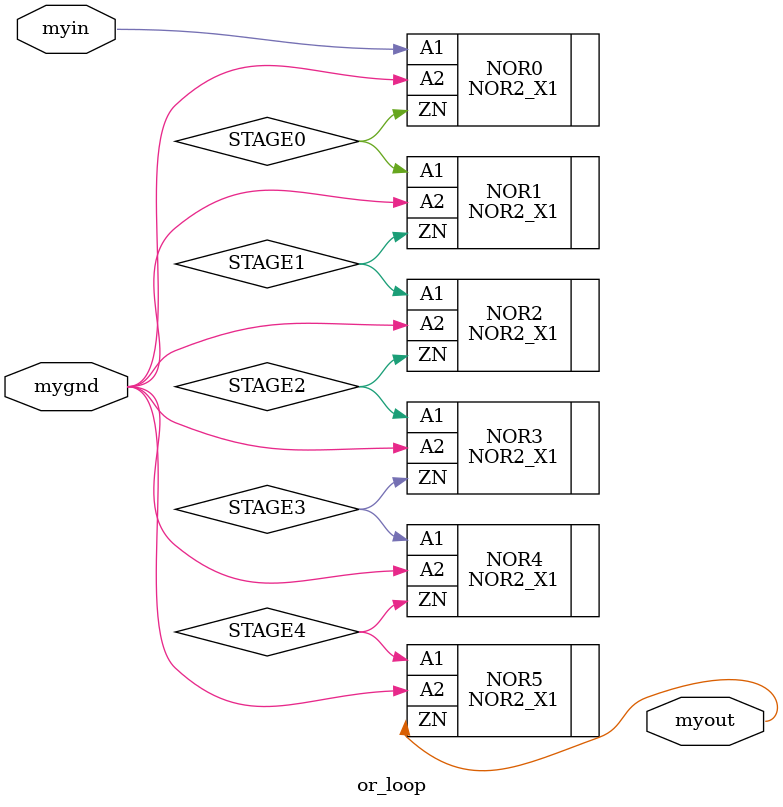
<source format=v>
module or_loop (mygnd, myin, myout);
       input myin;
	   input mygnd;
       output myout;

       wire STAGE0, STAGE1, STAGE2, STAGE3, STAGE4;

       NOR2_X1 NOR0 ( .A1 (myin), .A2 (mygnd), .ZN (STAGE0));
	   NOR2_X1 NOR1 ( .A1 (STAGE0), .A2 (mygnd), .ZN (STAGE1));
	   NOR2_X1 NOR2 ( .A1 (STAGE1), .A2 (mygnd), .ZN (STAGE2));
	   NOR2_X1 NOR3 ( .A1 (STAGE2), .A2 (mygnd), .ZN (STAGE3));
	   NOR2_X1 NOR4 ( .A1 (STAGE3), .A2 (mygnd), .ZN (STAGE4));
	   NOR2_X1 NOR5 ( .A1 (STAGE4), .A2 (mygnd), .ZN (myout));

endmodule

</source>
